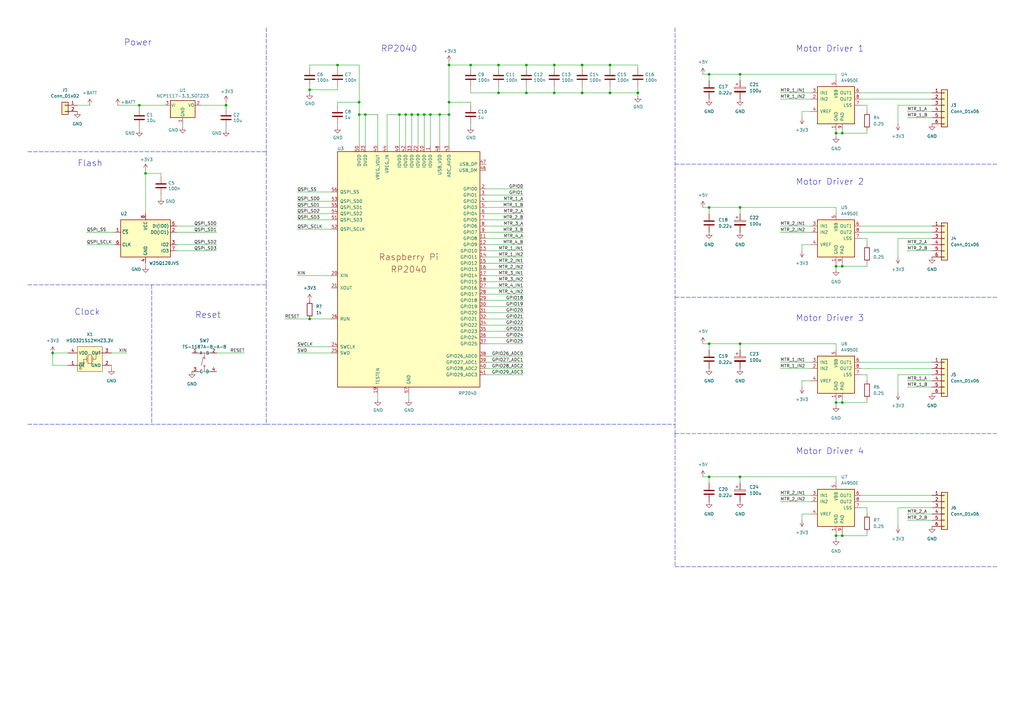
<source format=kicad_sch>
(kicad_sch (version 20211123) (generator eeschema)
  (paper "A3")
  (lib_symbols
    (symbol "Components:HSO321S12MHZ3.3V"
      (property "Reference" "X?" (at 0 10.16 0))
      (property "Value" "HSO321S12MHZ3.3V" (at 0 7.62 0))
      (symbol "HSO321S12MHZ3.3V_0_1"
        (rectangle (start -5.08 5.08) (end 5.08 -5.08) (fill (type background)))
        (circle (center -3.81 -3.81) (radius 0.38))
        (polyline (pts (xy -1.27 -1.02) (xy -1.27 1.02)))
        (polyline (pts (xy 0.76 -1.78) (xy -0.76 -1.78)))
        (polyline (pts (xy 1.27 -1.02) (xy 1.27 1.02)))
        (polyline (pts (xy -5.08 -2.54) (xy -2.54 -2.54) (xy -2.54 0) (xy -1.27 0)))
        (polyline (pts (xy -0.76 -1.78) (xy -0.76 1.78) (xy 0.76 1.78) (xy 0.76 -1.78)))
        (polyline (pts (xy 5.08 2.54) (xy 2.54 2.54) (xy 2.54 0) (xy 1.27 0)))
        (pin input line (at -8.89 -2.54 0) (length 3.81) (name "~{OE}") (number "1"))
        (pin input line (at 8.89 -2.54 180) (length 3.81) (name "GND") (number "2"))
        (pin input line (at 8.89 2.54 180) (length 3.81) (name "OUT") (number "3"))
        (pin input line (at -8.89 2.54 0) (length 3.81) (name "VDD") (number "4"))
      )
    )
    (symbol "Components:TS-1187A-B-A-B"
      (property "Reference" "SW" (at 0 7.62 0))
      (property "Value" "TS-1187A-B-A-B" (at 0 -10.16 0))
      (symbol "TS-1187A-B-A-B_0_1"
        (circle (center 0 -2.79) (radius 0.32))
        (polyline (pts (xy -2.54 -5.08) (xy 2.54 -5.08)))
        (polyline (pts (xy -2.54 2.54) (xy 2.54 2.54)))
        (polyline (pts (xy -0.51 0.76) (xy -1.27 -2.54)))
        (polyline (pts (xy 0 -3.3) (xy 0 -5.08)))
        (polyline (pts (xy 0 0.76) (xy 0 2.54)))
        (circle (center 0 0.51) (radius 0.32))
        (pin unspecified line (at -5.08 2.54 0) (length 2.54) (name "A") (number "1"))
        (pin unspecified line (at 5.08 2.54 180) (length 2.54) (name "B") (number "2"))
        (pin unspecified line (at -5.08 -5.08 0) (length 2.54) (name "C") (number "3"))
        (pin unspecified line (at 5.08 -5.08 180) (length 2.54) (name "D") (number "4"))
      )
    )
    (symbol "Connector_Generic:Conn_01x02" (pin_names (offset 1.016) hide)
      (property "Reference" "J" (at 0 2.54 0))
      (property "Value" "Conn_01x02" (at 0 -5.08 0))
      (symbol "Conn_01x02_1_1"
        (rectangle (start -1.27 -2.413) (end 0 -2.667) (stroke (width 0.1524)))
        (rectangle (start -1.27 0.127) (end 0 -0.127) (stroke (width 0.1524)))
        (rectangle (start -1.27 1.27) (end 1.27 -3.81) (stroke (width 0.254)) (fill (type background)))
        (pin passive line (at -5.08 0 0) (length 3.81) (name "Pin_1") (number "1"))
        (pin passive line (at -5.08 -2.54 0) (length 3.81) (name "Pin_2") (number "2"))
      )
    )
    (symbol "Connector_Generic:Conn_01x06" (pin_names (offset 1.016) hide)
      (property "Reference" "J" (at 0 7.62 0))
      (property "Value" "Conn_01x06" (at 0 -10.16 0))
      (symbol "Conn_01x06_1_1"
        (rectangle (start -1.27 -7.493) (end 0 -7.747) (stroke (width 0.1524)))
        (rectangle (start -1.27 -4.953) (end 0 -5.207) (stroke (width 0.1524)))
        (rectangle (start -1.27 -2.413) (end 0 -2.667) (stroke (width 0.1524)))
        (rectangle (start -1.27 0.127) (end 0 -0.127) (stroke (width 0.1524)))
        (rectangle (start -1.27 2.667) (end 0 2.413) (stroke (width 0.1524)))
        (rectangle (start -1.27 5.207) (end 0 4.953) (stroke (width 0.1524)))
        (rectangle (start -1.27 6.35) (end 1.27 -8.89) (stroke (width 0.254)) (fill (type background)))
        (pin passive line (at -5.08 5.08 0) (length 3.81) (name "Pin_1") (number "1"))
        (pin passive line (at -5.08 2.54 0) (length 3.81) (name "Pin_2") (number "2"))
        (pin passive line (at -5.08 0 0) (length 3.81) (name "Pin_3") (number "3"))
        (pin passive line (at -5.08 -2.54 0) (length 3.81) (name "Pin_4") (number "4"))
        (pin passive line (at -5.08 -5.08 0) (length 3.81) (name "Pin_5") (number "5"))
        (pin passive line (at -5.08 -7.62 0) (length 3.81) (name "Pin_6") (number "6"))
      )
    )
    (symbol "Device:C" (pin_numbers hide) (pin_names (offset 0.254))
      (property "Reference" "C" (at 0.635 2.54 0))
      (property "Value" "C" (at 0.635 -2.54 0))
      (symbol "C_0_1"
        (polyline (pts (xy -2.032 -0.762) (xy 2.032 -0.762)) (stroke (width 0.508)))
        (polyline (pts (xy -2.032 0.762) (xy 2.032 0.762)) (stroke (width 0.508)))
      )
      (symbol "C_1_1"
        (pin passive line (at 0 3.81 270) (length 2.794) (name "~") (number "1"))
        (pin passive line (at 0 -3.81 90) (length 2.794) (name "~") (number "2"))
      )
    )
    (symbol "Device:C_Polarized" (pin_numbers hide) (pin_names (offset 0.254))
      (property "Reference" "C" (at 0.635 2.54 0))
      (property "Value" "C_Polarized" (at 0.635 -2.54 0))
      (symbol "C_Polarized_0_1"
        (rectangle (start -2.286 0.508) (end 2.286 1.016))
        (polyline (pts (xy -1.778 2.286) (xy -0.762 2.286)))
        (polyline (pts (xy -1.27 2.794) (xy -1.27 1.778)))
        (rectangle (start 2.286 -0.508) (end -2.286 -1.016) (fill (type outline)))
      )
      (symbol "C_Polarized_1_1"
        (pin passive line (at 0 3.81 270) (length 2.794) (name "~") (number "1"))
        (pin passive line (at 0 -3.81 90) (length 2.794) (name "~") (number "2"))
      )
    )
    (symbol "Device:R" (pin_numbers hide) (pin_names (offset 0))
      (property "Reference" "R" (at 2.032 0 90))
      (property "Value" "R" (at 0 0 90))
      (symbol "R_0_1"
        (rectangle (start -1.016 -2.54) (end 1.016 2.54) (stroke (width 0.254)))
      )
      (symbol "R_1_1"
        (pin passive line (at 0 3.81 270) (length 1.27) (name "~") (number "1"))
        (pin passive line (at 0 -3.81 90) (length 1.27) (name "~") (number "2"))
      )
    )
    (symbol "Driver_Motor:A4950E" (pin_names (offset 1.016))
      (property "Reference" "U" (at -7.62 8.89 0))
      (property "Value" "A4950E" (at 5.08 8.89 0))
      (symbol "A4950E_0_1"
        (rectangle (start -7.62 7.62) (end 7.62 -7.62) (stroke (width 0.254)) (fill (type background)))
      )
      (symbol "A4950E_1_1"
        (pin power_in line (at 0 -10.16 90) (length 2.54) (name "GND") (number "1"))
        (pin input line (at -10.16 2.54 0) (length 2.54) (name "IN2") (number "2"))
        (pin input line (at -10.16 5.08 0) (length 2.54) (name "IN1") (number "3"))
        (pin passive line (at -10.16 -2.54 0) (length 2.54) (name "VREF") (number "4"))
        (pin power_in line (at 0 10.16 270) (length 2.54) (name "VBB") (number "5"))
        (pin power_out line (at 10.16 5.08 180) (length 2.54) (name "OUT1") (number "6"))
        (pin power_in line (at 10.16 0 180) (length 2.54) (name "LSS") (number "7"))
        (pin power_out line (at 10.16 2.54 180) (length 2.54) (name "OUT2") (number "8"))
        (pin power_in line (at 2.54 -10.16 90) (length 2.54) (name "PAD") (number "9"))
      )
    )
    (symbol "MCU_RaspberryPi_RP2040:RP2040" (pin_names (offset 1.016))
      (property "Reference" "U" (at -29.21 49.53 0))
      (property "Value" "RP2040" (at 24.13 -49.53 0))
      (symbol "RP2040_0_0"
        (text "Raspberry Pi" (at 0 5.08 0) (effects (font (size 2.54 2.54))))
        (text "RP2040" (at 0 0 0) (effects (font (size 2.54 2.54))))
      )
      (symbol "RP2040_0_1"
        (rectangle (start 29.21 48.26) (end -29.21 -48.26) (stroke (width 0.254)) (fill (type background)))
      )
      (symbol "RP2040_1_1"
        (pin power_in line (at 8.89 50.8 270) (length 2.54) (name "IOVDD") (number "1"))
        (pin power_in line (at 6.35 50.8 270) (length 2.54) (name "IOVDD") (number "10"))
        (pin bidirectional line (at 31.75 12.7 180) (length 2.54) (name "GPIO8") (number "11"))
        (pin bidirectional line (at 31.75 10.16 180) (length 2.54) (name "GPIO9") (number "12"))
        (pin bidirectional line (at 31.75 7.62 180) (length 2.54) (name "GPIO10") (number "13"))
        (pin bidirectional line (at 31.75 5.08 180) (length 2.54) (name "GPIO11") (number "14"))
        (pin bidirectional line (at 31.75 2.54 180) (length 2.54) (name "GPIO12") (number "15"))
        (pin bidirectional line (at 31.75 0 180) (length 2.54) (name "GPIO13") (number "16"))
        (pin bidirectional line (at 31.75 -2.54 180) (length 2.54) (name "GPIO14") (number "17"))
        (pin bidirectional line (at 31.75 -5.08 180) (length 2.54) (name "GPIO15") (number "18"))
        (pin passive line (at -12.7 -50.8 90) (length 2.54) (name "TESTEN") (number "19"))
        (pin bidirectional line (at 31.75 33.02 180) (length 2.54) (name "GPIO0") (number "2"))
        (pin input line (at -31.75 -2.54 0) (length 2.54) (name "XIN") (number "20"))
        (pin passive line (at -31.75 -7.62 0) (length 2.54) (name "XOUT") (number "21"))
        (pin power_in line (at 3.81 50.8 270) (length 2.54) (name "IOVDD") (number "22"))
        (pin power_in line (at -17.78 50.8 270) (length 2.54) (name "DVDD") (number "23"))
        (pin output line (at -31.75 -31.75 0) (length 2.54) (name "SWCLK") (number "24"))
        (pin bidirectional line (at -31.75 -34.29 0) (length 2.54) (name "SWD") (number "25"))
        (pin input line (at -31.75 -20.32 0) (length 2.54) (name "RUN") (number "26"))
        (pin bidirectional line (at 31.75 -7.62 180) (length 2.54) (name "GPIO16") (number "27"))
        (pin bidirectional line (at 31.75 -10.16 180) (length 2.54) (name "GPIO17") (number "28"))
        (pin bidirectional line (at 31.75 -12.7 180) (length 2.54) (name "GPIO18") (number "29"))
        (pin bidirectional line (at 31.75 30.48 180) (length 2.54) (name "GPIO1") (number "3"))
        (pin bidirectional line (at 31.75 -15.24 180) (length 2.54) (name "GPIO19") (number "30"))
        (pin bidirectional line (at 31.75 -17.78 180) (length 2.54) (name "GPIO20") (number "31"))
        (pin bidirectional line (at 31.75 -20.32 180) (length 2.54) (name "GPIO21") (number "32"))
        (pin power_in line (at 1.27 50.8 270) (length 2.54) (name "IOVDD") (number "33"))
        (pin bidirectional line (at 31.75 -22.86 180) (length 2.54) (name "GPIO22") (number "34"))
        (pin bidirectional line (at 31.75 -25.4 180) (length 2.54) (name "GPIO23") (number "35"))
        (pin bidirectional line (at 31.75 -27.94 180) (length 2.54) (name "GPIO24") (number "36"))
        (pin bidirectional line (at 31.75 -30.48 180) (length 2.54) (name "GPIO25") (number "37"))
        (pin bidirectional line (at 31.75 -35.56 180) (length 2.54) (name "GPIO26_ADC0") (number "38"))
        (pin bidirectional line (at 31.75 -38.1 180) (length 2.54) (name "GPIO27_ADC1") (number "39"))
        (pin bidirectional line (at 31.75 27.94 180) (length 2.54) (name "GPIO2") (number "4"))
        (pin bidirectional line (at 31.75 -40.64 180) (length 2.54) (name "GPIO28_ADC2") (number "40"))
        (pin bidirectional line (at 31.75 -43.18 180) (length 2.54) (name "GPIO29_ADC3") (number "41"))
        (pin power_in line (at -1.27 50.8 270) (length 2.54) (name "IOVDD") (number "42"))
        (pin power_in line (at 16.51 50.8 270) (length 2.54) (name "ADC_AVDD") (number "43"))
        (pin power_in line (at -8.89 50.8 270) (length 2.54) (name "VREG_IN") (number "44"))
        (pin power_out line (at -12.7 50.8 270) (length 2.54) (name "VREG_VOUT") (number "45"))
        (pin bidirectional line (at 31.75 40.64 180) (length 2.54) (name "USB_DM") (number "46"))
        (pin bidirectional line (at 31.75 43.18 180) (length 2.54) (name "USB_DP") (number "47"))
        (pin power_in line (at 12.7 50.8 270) (length 2.54) (name "USB_VDD") (number "48"))
        (pin power_in line (at -3.81 50.8 270) (length 2.54) (name "IOVDD") (number "49"))
        (pin bidirectional line (at 31.75 25.4 180) (length 2.54) (name "GPIO3") (number "5"))
        (pin power_in line (at -20.32 50.8 270) (length 2.54) (name "DVDD") (number "50"))
        (pin bidirectional line (at -31.75 20.32 0) (length 2.54) (name "QSPI_SD3") (number "51"))
        (pin output line (at -31.75 16.51 0) (length 2.54) (name "QSPI_SCLK") (number "52"))
        (pin bidirectional line (at -31.75 27.94 0) (length 2.54) (name "QSPI_SD0") (number "53"))
        (pin bidirectional line (at -31.75 22.86 0) (length 2.54) (name "QSPI_SD2") (number "54"))
        (pin bidirectional line (at -31.75 25.4 0) (length 2.54) (name "QSPI_SD1") (number "55"))
        (pin bidirectional line (at -31.75 31.75 0) (length 2.54) (name "QSPI_SS") (number "56"))
        (pin power_in line (at 0 -50.8 90) (length 2.54) (name "GND") (number "57"))
        (pin bidirectional line (at 31.75 22.86 180) (length 2.54) (name "GPIO4") (number "6"))
        (pin bidirectional line (at 31.75 20.32 180) (length 2.54) (name "GPIO5") (number "7"))
        (pin bidirectional line (at 31.75 17.78 180) (length 2.54) (name "GPIO6") (number "8"))
        (pin bidirectional line (at 31.75 15.24 180) (length 2.54) (name "GPIO7") (number "9"))
      )
    )
    (symbol "Memory_Flash:W25Q128JVS"
      (property "Reference" "U" (at -8.89 8.89 0))
      (property "Value" "W25Q128JVS" (at 7.62 8.89 0))
      (symbol "W25Q128JVS_0_1"
        (rectangle (start -10.16 7.62) (end 10.16 -7.62) (stroke (width 0.254)) (fill (type background)))
      )
      (symbol "W25Q128JVS_1_1"
        (pin input line (at -12.7 2.54 0) (length 2.54) (name "~{CS}") (number "1"))
        (pin bidirectional line (at 12.7 2.54 180) (length 2.54) (name "DO(IO1)") (number "2"))
        (pin bidirectional line (at 12.7 -2.54 180) (length 2.54) (name "IO2") (number "3"))
        (pin power_in line (at 0 -10.16 90) (length 2.54) (name "GND") (number "4"))
        (pin bidirectional line (at 12.7 5.08 180) (length 2.54) (name "DI(IO0)") (number "5"))
        (pin input line (at -12.7 -2.54 0) (length 2.54) (name "CLK") (number "6"))
        (pin bidirectional line (at 12.7 -5.08 180) (length 2.54) (name "IO3") (number "7"))
        (pin power_in line (at 0 10.16 270) (length 2.54) (name "VCC") (number "8"))
      )
    )
    (symbol "Regulator_Linear:NCP1117-3.3_SOT223" (pin_names (offset 0.254))
      (property "Reference" "U" (at -3.81 3.175 0))
      (property "Value" "NCP1117-3.3_SOT223" (at 0 3.175 0))
      (symbol "NCP1117-3.3_SOT223_0_1"
        (rectangle (start -5.08 -5.08) (end 5.08 1.905) (stroke (width 0.254)) (fill (type background)))
      )
      (symbol "NCP1117-3.3_SOT223_1_1"
        (pin power_in line (at 0 -7.62 90) (length 2.54) (name "GND") (number "1"))
        (pin power_out line (at 7.62 0 180) (length 2.54) (name "VO") (number "2"))
        (pin power_in line (at -7.62 0 0) (length 2.54) (name "VI") (number "3"))
      )
    )
    (symbol "power:+3V3" (power) (pin_names (offset 0))
      (property "Value" "+3V3" (at 0 3.556 0))
      (symbol "+3V3_0_1"
        (polyline (pts (xy -0.762 1.27) (xy 0 2.54)))
        (polyline (pts (xy 0 0) (xy 0 2.54)))
        (polyline (pts (xy 0 2.54) (xy 0.762 1.27)))
      )
      (symbol "+3V3_1_1"
        (pin power_in line (at 0 0 90) (length 0) hide (name "+3V3") (number "1"))
      )
    )
    (symbol "power:+5V" (power) (pin_names (offset 0))
      (property "Value" "+5V" (at 0 3.556 0))
      (symbol "+5V_0_1"
        (polyline (pts (xy -0.762 1.27) (xy 0 2.54)))
        (polyline (pts (xy 0 0) (xy 0 2.54)))
        (polyline (pts (xy 0 2.54) (xy 0.762 1.27)))
      )
      (symbol "+5V_1_1"
        (pin power_in line (at 0 0 90) (length 0) hide (name "+5V") (number "1"))
      )
    )
    (symbol "power:+BATT" (power) (pin_names (offset 0))
      (property "Value" "+BATT" (at 0 3.556 0))
      (symbol "+BATT_0_1"
        (polyline (pts (xy -0.762 1.27) (xy 0 2.54)))
        (polyline (pts (xy 0 0) (xy 0 2.54)))
        (polyline (pts (xy 0 2.54) (xy 0.762 1.27)))
      )
      (symbol "+BATT_1_1"
        (pin power_in line (at 0 0 90) (length 0) hide (name "+BATT") (number "1"))
      )
    )
    (symbol "power:GND" (power) (pin_names (offset 0))
      (property "Value" "GND" (at 0 -3.81 0))
      (symbol "GND_0_1"
        (polyline (pts (xy 0 0) (xy 0 -1.27) (xy 1.27 -1.27) (xy 0 -2.54) (xy -1.27 -1.27) (xy 0 -1.27)))
      )
      (symbol "GND_1_1"
        (pin power_in line (at 0 0 270) (length 0) hide (name "GND") (number "1"))
      )
    )
  )
  (junction (at 193.04 26.67))
  (junction (at 57.15 43.18))
  (junction (at 171.45 46.99))
  (junction (at 238.76 26.67))
  (junction (at 290.83 85.09))
  (junction (at 147.32 46.99))
  (junction (at 184.15 46.99))
  (junction (at 92.71 43.18))
  (junction (at 127 130.81))
  (junction (at 261.62 38.1))
  (junction (at 180.34 46.99))
  (junction (at 238.76 38.1))
  (junction (at 342.9 54.61))
  (junction (at 176.53 46.99))
  (junction (at 345.44 54.61))
  (junction (at 303.53 30.48))
  (junction (at 345.44 165.1))
  (junction (at 215.9 26.67))
  (junction (at 147.32 41.91))
  (junction (at 215.9 38.1))
  (junction (at 127 36.83))
  (junction (at 204.47 26.67))
  (junction (at 59.69 71.12))
  (junction (at 303.53 85.09))
  (junction (at 163.83 46.99))
  (junction (at 173.99 46.99))
  (junction (at 345.44 219.71))
  (junction (at 138.43 26.67))
  (junction (at 149.86 46.99))
  (junction (at 227.33 26.67))
  (junction (at 290.83 195.58))
  (junction (at 345.44 109.22))
  (junction (at 290.83 30.48))
  (junction (at 342.9 219.71))
  (junction (at 166.37 46.99))
  (junction (at 184.15 41.91))
  (junction (at 250.19 26.67))
  (junction (at 342.9 165.1))
  (junction (at 290.83 140.97))
  (junction (at 227.33 38.1))
  (junction (at 250.19 38.1))
  (junction (at 21.59 144.78))
  (junction (at 168.91 46.99))
  (junction (at 303.53 195.58))
  (junction (at 342.9 109.22))
  (junction (at 184.15 26.67))
  (junction (at 303.53 140.97))
  (junction (at 204.47 38.1))
  (wire (pts (xy 204.47 27.94) (xy 204.47 26.67)))
  (wire (pts (xy 199.39 100.33) (xy 214.63 100.33)))
  (polyline (pts (xy 276.86 173.99) (xy 276.86 177.8)))
  (wire (pts (xy 353.06 95.25) (xy 382.27 95.25)))
  (wire (pts (xy 345.44 109.22) (xy 345.44 107.95)))
  (wire (pts (xy 288.29 30.48) (xy 290.83 30.48)))
  (wire (pts (xy 184.15 26.67) (xy 193.04 26.67)))
  (wire (pts (xy 184.15 46.99) (xy 184.15 59.69)))
  (wire (pts (xy 199.39 138.43) (xy 214.63 138.43)))
  (wire (pts (xy 199.39 80.01) (xy 214.63 80.01)))
  (polyline (pts (xy 62.23 116.84) (xy 62.23 173.99)))
  (wire (pts (xy 121.92 82.55) (xy 135.89 82.55)))
  (wire (pts (xy 353.06 97.79) (xy 355.6 97.79)))
  (wire (pts (xy 353.06 38.1) (xy 382.27 38.1)))
  (wire (pts (xy 176.53 46.99) (xy 180.34 46.99)))
  (wire (pts (xy 48.26 43.18) (xy 57.15 43.18)))
  (wire (pts (xy 57.15 44.45) (xy 57.15 43.18)))
  (polyline (pts (xy 109.22 173.99) (xy 276.86 173.99)))
  (wire (pts (xy 355.6 208.28) (xy 355.6 210.82)))
  (wire (pts (xy 199.39 95.25) (xy 214.63 95.25)))
  (wire (pts (xy 199.39 151.13) (xy 214.63 151.13)))
  (wire (pts (xy 127 130.81) (xy 135.89 130.81)))
  (wire (pts (xy 342.9 54.61) (xy 345.44 54.61)))
  (wire (pts (xy 342.9 219.71) (xy 342.9 218.44)))
  (polyline (pts (xy 109.22 62.23) (xy 109.22 116.84)))
  (wire (pts (xy 135.89 142.24) (xy 121.92 142.24)))
  (wire (pts (xy 355.6 165.1) (xy 345.44 165.1)))
  (wire (pts (xy 250.19 26.67) (xy 261.62 26.67)))
  (wire (pts (xy 193.04 43.18) (xy 193.04 41.91)))
  (wire (pts (xy 45.72 151.13) (xy 45.72 149.86)))
  (wire (pts (xy 66.04 72.39) (xy 66.04 71.12)))
  (wire (pts (xy 184.15 41.91) (xy 193.04 41.91)))
  (wire (pts (xy 355.6 153.67) (xy 355.6 156.21)))
  (wire (pts (xy 303.53 33.02) (xy 303.53 30.48)))
  (wire (pts (xy 250.19 35.56) (xy 250.19 38.1)))
  (wire (pts (xy 328.93 156.21) (xy 328.93 158.75)))
  (wire (pts (xy 290.83 33.02) (xy 290.83 30.48)))
  (wire (pts (xy 355.6 97.79) (xy 355.6 100.33)))
  (wire (pts (xy 355.6 54.61) (xy 345.44 54.61)))
  (wire (pts (xy 59.69 71.12) (xy 59.69 87.63)))
  (wire (pts (xy 342.9 143.51) (xy 342.9 140.97)))
  (wire (pts (xy 166.37 59.69) (xy 166.37 46.99)))
  (wire (pts (xy 199.39 113.03) (xy 214.63 113.03)))
  (wire (pts (xy 320.04 151.13) (xy 332.74 151.13)))
  (wire (pts (xy 158.75 59.69) (xy 158.75 46.99)))
  (wire (pts (xy 199.39 118.11) (xy 214.63 118.11)))
  (wire (pts (xy 92.71 44.45) (xy 92.71 43.18)))
  (wire (pts (xy 72.39 92.71) (xy 88.9 92.71)))
  (wire (pts (xy 215.9 35.56) (xy 215.9 38.1)))
  (wire (pts (xy 149.86 46.99) (xy 147.32 46.99)))
  (wire (pts (xy 74.93 50.8) (xy 74.93 52.07)))
  (wire (pts (xy 147.32 46.99) (xy 147.32 59.69)))
  (wire (pts (xy 176.53 46.99) (xy 176.53 59.69)))
  (wire (pts (xy 66.04 80.01) (xy 66.04 81.28)))
  (wire (pts (xy 199.39 107.95) (xy 214.63 107.95)))
  (wire (pts (xy 368.3 97.79) (xy 368.3 105.41)))
  (wire (pts (xy 368.3 43.18) (xy 368.3 50.8)))
  (wire (pts (xy 355.6 109.22) (xy 345.44 109.22)))
  (polyline (pts (xy 276.86 177.8) (xy 276.86 232.41)))
  (wire (pts (xy 138.43 36.83) (xy 138.43 35.56)))
  (wire (pts (xy 138.43 43.18) (xy 138.43 41.91)))
  (wire (pts (xy 372.11 210.82) (xy 382.27 210.82)))
  (wire (pts (xy 35.56 100.33) (xy 46.99 100.33)))
  (wire (pts (xy 353.06 43.18) (xy 355.6 43.18)))
  (wire (pts (xy 342.9 220.98) (xy 342.9 219.71)))
  (wire (pts (xy 121.92 85.09) (xy 135.89 85.09)))
  (wire (pts (xy 355.6 53.34) (xy 355.6 54.61)))
  (wire (pts (xy 171.45 59.69) (xy 171.45 46.99)))
  (wire (pts (xy 127 35.56) (xy 127 36.83)))
  (wire (pts (xy 116.84 130.81) (xy 127 130.81)))
  (wire (pts (xy 168.91 46.99) (xy 171.45 46.99)))
  (wire (pts (xy 121.92 90.17) (xy 135.89 90.17)))
  (wire (pts (xy 342.9 219.71) (xy 345.44 219.71)))
  (wire (pts (xy 21.59 149.86) (xy 27.94 149.86)))
  (wire (pts (xy 353.06 92.71) (xy 382.27 92.71)))
  (wire (pts (xy 320.04 92.71) (xy 332.74 92.71)))
  (wire (pts (xy 238.76 26.67) (xy 250.19 26.67)))
  (wire (pts (xy 290.83 143.51) (xy 290.83 140.97)))
  (wire (pts (xy 342.9 33.02) (xy 342.9 30.48)))
  (wire (pts (xy 138.43 41.91) (xy 147.32 41.91)))
  (wire (pts (xy 147.32 41.91) (xy 147.32 46.99)))
  (wire (pts (xy 92.71 43.18) (xy 92.71 41.91)))
  (wire (pts (xy 303.53 85.09) (xy 342.9 85.09)))
  (polyline (pts (xy 276.86 177.8) (xy 408.94 177.8)))
  (wire (pts (xy 57.15 52.07) (xy 57.15 53.34)))
  (wire (pts (xy 342.9 110.49) (xy 342.9 109.22)))
  (wire (pts (xy 303.53 198.12) (xy 303.53 195.58)))
  (wire (pts (xy 303.53 143.51) (xy 303.53 140.97)))
  (wire (pts (xy 288.29 85.09) (xy 290.83 85.09)))
  (polyline (pts (xy 11.43 62.23) (xy 109.22 62.23)))
  (wire (pts (xy 59.69 69.85) (xy 59.69 71.12)))
  (wire (pts (xy 342.9 165.1) (xy 342.9 163.83)))
  (wire (pts (xy 167.64 161.29) (xy 167.64 163.83)))
  (wire (pts (xy 199.39 85.09) (xy 214.63 85.09)))
  (wire (pts (xy 173.99 59.69) (xy 173.99 46.99)))
  (wire (pts (xy 303.53 195.58) (xy 342.9 195.58)))
  (wire (pts (xy 345.44 165.1) (xy 345.44 163.83)))
  (wire (pts (xy 35.56 95.25) (xy 46.99 95.25)))
  (wire (pts (xy 303.53 140.97) (xy 342.9 140.97)))
  (wire (pts (xy 320.04 38.1) (xy 332.74 38.1)))
  (wire (pts (xy 135.89 78.74) (xy 121.92 78.74)))
  (polyline (pts (xy 109.22 116.84) (xy 109.22 173.99)))
  (wire (pts (xy 199.39 133.35) (xy 214.63 133.35)))
  (wire (pts (xy 227.33 35.56) (xy 227.33 38.1)))
  (wire (pts (xy 355.6 163.83) (xy 355.6 165.1)))
  (wire (pts (xy 199.39 153.67) (xy 214.63 153.67)))
  (wire (pts (xy 72.39 102.87) (xy 88.9 102.87)))
  (wire (pts (xy 149.86 59.69) (xy 149.86 46.99)))
  (wire (pts (xy 355.6 218.44) (xy 355.6 219.71)))
  (wire (pts (xy 328.93 100.33) (xy 328.93 102.87)))
  (wire (pts (xy 332.74 210.82) (xy 328.93 210.82)))
  (wire (pts (xy 72.39 95.25) (xy 88.9 95.25)))
  (wire (pts (xy 154.94 161.29) (xy 154.94 163.83)))
  (wire (pts (xy 173.99 46.99) (xy 176.53 46.99)))
  (wire (pts (xy 368.3 208.28) (xy 368.3 215.9)))
  (wire (pts (xy 290.83 198.12) (xy 290.83 195.58)))
  (wire (pts (xy 36.83 43.18) (xy 31.75 43.18)))
  (wire (pts (xy 199.39 97.79) (xy 214.63 97.79)))
  (wire (pts (xy 320.04 40.64) (xy 332.74 40.64)))
  (polyline (pts (xy 109.22 11.43) (xy 109.22 62.23)))
  (wire (pts (xy 199.39 120.65) (xy 214.63 120.65)))
  (wire (pts (xy 199.39 90.17) (xy 214.63 90.17)))
  (wire (pts (xy 127 36.83) (xy 138.43 36.83)))
  (wire (pts (xy 353.06 148.59) (xy 382.27 148.59)))
  (wire (pts (xy 127 27.94) (xy 127 26.67)))
  (wire (pts (xy 227.33 38.1) (xy 215.9 38.1)))
  (wire (pts (xy 215.9 27.94) (xy 215.9 26.67)))
  (wire (pts (xy 199.39 135.89) (xy 214.63 135.89)))
  (wire (pts (xy 138.43 50.8) (xy 138.43 52.07)))
  (wire (pts (xy 382.27 153.67) (xy 368.3 153.67)))
  (wire (pts (xy 342.9 165.1) (xy 345.44 165.1)))
  (wire (pts (xy 168.91 59.69) (xy 168.91 46.99)))
  (wire (pts (xy 127 26.67) (xy 138.43 26.67)))
  (wire (pts (xy 372.11 100.33) (xy 382.27 100.33)))
  (wire (pts (xy 184.15 25.4) (xy 184.15 26.67)))
  (wire (pts (xy 199.39 146.05) (xy 214.63 146.05)))
  (wire (pts (xy 320.04 95.25) (xy 332.74 95.25)))
  (wire (pts (xy 163.83 59.69) (xy 163.83 46.99)))
  (wire (pts (xy 342.9 198.12) (xy 342.9 195.58)))
  (polyline (pts (xy 276.86 67.31) (xy 408.94 67.31)))
  (wire (pts (xy 199.39 115.57) (xy 214.63 115.57)))
  (wire (pts (xy 288.29 195.58) (xy 290.83 195.58)))
  (wire (pts (xy 82.55 43.18) (xy 92.71 43.18)))
  (wire (pts (xy 342.9 54.61) (xy 342.9 53.34)))
  (wire (pts (xy 345.44 54.61) (xy 345.44 53.34)))
  (wire (pts (xy 353.06 40.64) (xy 382.27 40.64)))
  (wire (pts (xy 193.04 50.8) (xy 193.04 52.07)))
  (wire (pts (xy 121.92 87.63) (xy 135.89 87.63)))
  (wire (pts (xy 166.37 46.99) (xy 168.91 46.99)))
  (wire (pts (xy 353.06 208.28) (xy 355.6 208.28)))
  (wire (pts (xy 180.34 59.69) (xy 180.34 46.99)))
  (wire (pts (xy 199.39 105.41) (xy 214.63 105.41)))
  (wire (pts (xy 342.9 109.22) (xy 342.9 107.95)))
  (wire (pts (xy 199.39 102.87) (xy 214.63 102.87)))
  (wire (pts (xy 199.39 77.47) (xy 214.63 77.47)))
  (wire (pts (xy 328.93 210.82) (xy 328.93 213.36)))
  (wire (pts (xy 250.19 38.1) (xy 238.76 38.1)))
  (wire (pts (xy 342.9 166.37) (xy 342.9 165.1)))
  (wire (pts (xy 227.33 26.67) (xy 238.76 26.67)))
  (wire (pts (xy 199.39 87.63) (xy 214.63 87.63)))
  (wire (pts (xy 193.04 35.56) (xy 193.04 38.1)))
  (wire (pts (xy 135.89 144.78) (xy 121.92 144.78)))
  (wire (pts (xy 372.11 48.26) (xy 382.27 48.26)))
  (wire (pts (xy 138.43 26.67) (xy 147.32 26.67)))
  (wire (pts (xy 138.43 27.94) (xy 138.43 26.67)))
  (wire (pts (xy 372.11 102.87) (xy 382.27 102.87)))
  (wire (pts (xy 67.31 43.18) (xy 57.15 43.18)))
  (wire (pts (xy 215.9 26.67) (xy 227.33 26.67)))
  (wire (pts (xy 154.94 46.99) (xy 149.86 46.99)))
  (wire (pts (xy 353.06 151.13) (xy 382.27 151.13)))
  (wire (pts (xy 21.59 144.78) (xy 27.94 144.78)))
  (wire (pts (xy 88.9 144.78) (xy 100.33 144.78)))
  (wire (pts (xy 261.62 27.94) (xy 261.62 26.67)))
  (wire (pts (xy 121.92 113.03) (xy 135.89 113.03)))
  (polyline (pts (xy 276.86 121.92) (xy 408.94 121.92)))
  (wire (pts (xy 290.83 87.63) (xy 290.83 85.09)))
  (wire (pts (xy 332.74 156.21) (xy 328.93 156.21)))
  (wire (pts (xy 332.74 45.72) (xy 328.93 45.72)))
  (wire (pts (xy 199.39 123.19) (xy 214.63 123.19)))
  (wire (pts (xy 238.76 38.1) (xy 227.33 38.1)))
  (wire (pts (xy 227.33 27.94) (xy 227.33 26.67)))
  (wire (pts (xy 250.19 38.1) (xy 261.62 38.1)))
  (wire (pts (xy 92.71 52.07) (xy 92.71 53.34)))
  (wire (pts (xy 193.04 26.67) (xy 204.47 26.67)))
  (wire (pts (xy 328.93 45.72) (xy 328.93 48.26)))
  (wire (pts (xy 199.39 125.73) (xy 214.63 125.73)))
  (wire (pts (xy 204.47 26.67) (xy 215.9 26.67)))
  (wire (pts (xy 250.19 27.94) (xy 250.19 26.67)))
  (wire (pts (xy 154.94 59.69) (xy 154.94 46.99)))
  (wire (pts (xy 303.53 30.48) (xy 342.9 30.48)))
  (polyline (pts (xy 276.86 11.43) (xy 276.86 173.99)))
  (polyline (pts (xy 11.43 116.84) (xy 109.22 116.84)))
  (wire (pts (xy 261.62 35.56) (xy 261.62 38.1)))
  (wire (pts (xy 372.11 156.21) (xy 382.27 156.21)))
  (wire (pts (xy 204.47 38.1) (xy 193.04 38.1)))
  (wire (pts (xy 353.06 153.67) (xy 355.6 153.67)))
  (wire (pts (xy 342.9 87.63) (xy 342.9 85.09)))
  (wire (pts (xy 353.06 203.2) (xy 382.27 203.2)))
  (wire (pts (xy 382.27 43.18) (xy 368.3 43.18)))
  (polyline (pts (xy 276.86 232.41) (xy 408.94 232.41)))
  (wire (pts (xy 21.59 144.78) (xy 21.59 149.86)))
  (wire (pts (xy 158.75 46.99) (xy 163.83 46.99)))
  (wire (pts (xy 382.27 208.28) (xy 368.3 208.28)))
  (polyline (pts (xy 11.43 173.99) (xy 109.22 173.99)))
  (wire (pts (xy 290.83 85.09) (xy 303.53 85.09)))
  (wire (pts (xy 199.39 110.49) (xy 214.63 110.49)))
  (wire (pts (xy 199.39 130.81) (xy 214.63 130.81)))
  (wire (pts (xy 199.39 92.71) (xy 214.63 92.71)))
  (wire (pts (xy 382.27 97.79) (xy 368.3 97.79)))
  (wire (pts (xy 372.11 213.36) (xy 382.27 213.36)))
  (wire (pts (xy 184.15 26.67) (xy 184.15 41.91)))
  (wire (pts (xy 52.07 144.78) (xy 45.72 144.78)))
  (wire (pts (xy 320.04 148.59) (xy 332.74 148.59)))
  (wire (pts (xy 180.34 46.99) (xy 184.15 46.99)))
  (wire (pts (xy 199.39 140.97) (xy 214.63 140.97)))
  (wire (pts (xy 342.9 109.22) (xy 345.44 109.22)))
  (wire (pts (xy 163.83 46.99) (xy 166.37 46.99)))
  (wire (pts (xy 72.39 100.33) (xy 88.9 100.33)))
  (wire (pts (xy 368.3 153.67) (xy 368.3 161.29)))
  (wire (pts (xy 238.76 27.94) (xy 238.76 26.67)))
  (wire (pts (xy 355.6 43.18) (xy 355.6 45.72)))
  (wire (pts (xy 288.29 140.97) (xy 290.83 140.97)))
  (wire (pts (xy 372.11 45.72) (xy 382.27 45.72)))
  (wire (pts (xy 127 36.83) (xy 127 38.1)))
  (wire (pts (xy 290.83 195.58) (xy 303.53 195.58)))
  (wire (pts (xy 332.74 100.33) (xy 328.93 100.33)))
  (wire (pts (xy 320.04 205.74) (xy 332.74 205.74)))
  (wire (pts (xy 171.45 46.99) (xy 173.99 46.99)))
  (wire (pts (xy 135.89 93.98) (xy 121.92 93.98)))
  (wire (pts (xy 355.6 107.95) (xy 355.6 109.22)))
  (wire (pts (xy 204.47 35.56) (xy 204.47 38.1)))
  (wire (pts (xy 215.9 38.1) (xy 204.47 38.1)))
  (wire (pts (xy 342.9 55.88) (xy 342.9 54.61)))
  (wire (pts (xy 290.83 30.48) (xy 303.53 30.48)))
  (wire (pts (xy 193.04 27.94) (xy 193.04 26.67)))
  (wire (pts (xy 261.62 38.1) (xy 261.62 39.37)))
  (wire (pts (xy 199.39 128.27) (xy 214.63 128.27)))
  (wire (pts (xy 59.69 107.95) (xy 59.69 109.22)))
  (wire (pts (xy 353.06 205.74) (xy 382.27 205.74)))
  (wire (pts (xy 199.39 82.55) (xy 214.63 82.55)))
  (wire (pts (xy 372.11 158.75) (xy 382.27 158.75)))
  (wire (pts (xy 147.32 26.67) (xy 147.32 41.91)))
  (wire (pts (xy 355.6 219.71) (xy 345.44 219.71)))
  (wire (pts (xy 199.39 148.59) (xy 214.63 148.59)))
  (wire (pts (xy 345.44 219.71) (xy 345.44 218.44)))
  (wire (pts (xy 303.53 87.63) (xy 303.53 85.09)))
  (wire (pts (xy 238.76 35.56) (xy 238.76 38.1)))
  (wire (pts (xy 184.15 41.91) (xy 184.15 46.99)))
  (wire (pts (xy 290.83 140.97) (xy 303.53 140.97)))
  (wire (pts (xy 66.04 71.12) (xy 59.69 71.12)))
  (wire (pts (xy 320.04 203.2) (xy 332.74 203.2)))
  (text "Motor Driver 3" (at 326.39 132.08 0) (effects (font (size 2.54 2.54)) (justify left bottom)))
  (text "Motor Driver 2" (at 326.39 76.2 0) (effects (font (size 2.54 2.54)) (justify left bottom)))
  (text "RP2040" (at 156.21 21.59 0) (effects (font (size 2.54 2.54)) (justify left bottom)))
  (text "Clock" (at 30.48 129.54 0) (effects (font (size 2.54 2.54)) (justify left bottom)))
  (text "Motor Driver 4" (at 326.39 186.69 0) (effects (font (size 2.54 2.54)) (justify left bottom)))
  (text "Motor Driver 1" (at 326.39 21.59 0) (effects (font (size 2.54 2.54)) (justify left bottom)))
  (text "Power" (at 50.8 19.05 0) (effects (font (size 2.54 2.54)) (justify left bottom)))
  (text "Reset" (at 80.01 130.81 0) (effects (font (size 2.54 2.54)) (justify left bottom)))
  (text "Flash" (at 31.75 68.58 0) (effects (font (size 2.54 2.54)) (justify left bottom)))
  (label "SWCLK" (at 121.92 142.24 0))
  (label "RESET" (at 100.33 144.78 180))
  (label "MTR_3_IN2" (at 214.63 115.57 180))
  (label "GPIO23" (at 214.63 135.89 180))
  (label "QSPI_SD1" (at 88.9 95.25 180))
  (label "XIN" (at 121.92 113.03 0))
  (label "QSPI_SD2" (at 121.92 87.63 0))
  (label "GPIO26_ADC0" (at 214.63 146.05 180))
  (label "QSPI_SS" (at 35.56 95.25 0))
  (label "MTR_2_IN2" (at 320.04 205.74 0))
  (label "QSPI_SD3" (at 88.9 102.87 180))
  (label "QSPI_SD0" (at 121.92 82.55 0))
  (label "QSPI_SD1" (at 121.92 85.09 0))
  (label "MTR_2_IN2" (at 320.04 95.25 0))
  (label "QSPI_SD0" (at 88.9 92.71 180))
  (label "MTR_2_IN1" (at 214.63 107.95 180))
  (label "MTR_1_IN2" (at 214.63 105.41 180))
  (label "MTR_4_IN2" (at 214.63 120.65 180))
  (label "GPIO21" (at 214.63 130.81 180))
  (label "GPIO24" (at 214.63 138.43 180))
  (label "QSPI_SS" (at 121.92 78.74 0))
  (label "MTR_2_A" (at 214.63 87.63 180))
  (label "MTR_4_A" (at 214.63 97.79 180))
  (label "GPIO27_ADC1" (at 214.63 148.59 180))
  (label "QSPI_SCLK" (at 35.56 100.33 0))
  (label "MTR_2_B" (at 372.11 102.87 0))
  (label "MTR_1_IN1" (at 214.63 102.87 180))
  (label "MTR_4_B" (at 214.63 100.33 180))
  (label "MTR_1_IN2" (at 320.04 40.64 0))
  (label "MTR_3_A" (at 214.63 92.71 180))
  (label "MTR_1_IN2" (at 320.04 151.13 0))
  (label "MTR_1_IN1" (at 320.04 38.1 0))
  (label "SWD" (at 121.92 144.78 0))
  (label "MTR_1_A" (at 372.11 156.21 0))
  (label "GPIO28_ADC2" (at 214.63 151.13 180))
  (label "MTR_1_A" (at 214.63 82.55 180))
  (label "MTR_1_B" (at 214.63 85.09 180))
  (label "GPIO1" (at 214.63 80.01 180))
  (label "MTR_1_B" (at 372.11 158.75 0))
  (label "MTR_2_B" (at 372.11 213.36 0))
  (label "QSPI_SD2" (at 88.9 100.33 180))
  (label "MTR_4_IN1" (at 214.63 118.11 180))
  (label "GPIO29_ADC3" (at 214.63 153.67 180))
  (label "MTR_2_IN1" (at 320.04 92.71 0))
  (label "MTR_2_A" (at 372.11 100.33 0))
  (label "MTR_2_B" (at 214.63 90.17 180))
  (label "GPIO20" (at 214.63 128.27 180))
  (label "MTR_1_B" (at 372.11 48.26 0))
  (label "MTR_2_A" (at 372.11 210.82 0))
  (label "GPIO19" (at 214.63 125.73 180))
  (label "MTR_2_IN1" (at 320.04 203.2 0))
  (label "MTR_3_B" (at 214.63 95.25 180))
  (label "GPIO22" (at 214.63 133.35 180))
  (label "MTR_3_IN1" (at 214.63 113.03 180))
  (label "QSPI_SCLK" (at 121.92 93.98 0))
  (label "MTR_2_IN2" (at 214.63 110.49 180))
  (label "QSPI_SD3" (at 121.92 90.17 0))
  (label "MTR_1_A" (at 372.11 45.72 0))
  (label "MTR_1_IN1" (at 320.04 148.59 0))
  (label "GPIO18" (at 214.63 123.19 180))
  (label "GPIO25" (at 214.63 140.97 180))
  (label "XIN" (at 52.07 144.78 180))
  (label "GPIO0" (at 214.63 77.47 180))
  (label "RESET" (at 116.84 130.81 0))
  (symbol (lib_id "power:GND") (at 342.9 220.98 0) (unit 1)
    (property "Reference" "#PWR032" (effects hide))
    (property "Value" "GND" (at 342.9 226.06 0))
  )
  (symbol (lib_id "Device:C_Polarized") (at 303.53 201.93 0) (unit 1)
    (property "Reference" "C24" (at 307.34 199.7709 0) (effects (justify left)))
    (property "Value" "100u" (at 307.34 202.3109 0) (effects (justify left)))
    (property "Footprint" "Capacitor_SMD:CP_Elec_6.3x5.4" (effects hide))
  )
  (symbol (lib_id "Connector_Generic:Conn_01x06") (at 387.35 97.79 0) (unit 1)
    (property "Reference" "J4" (at 389.89 97.7899 0) (effects (justify left)))
    (property "Value" "Conn_01x06" (at 389.89 100.3299 0) (effects (justify left)))
    (property "Footprint" "Connector_JST:JST_SH_SM06B-SRSS-TB_1x06-1MP_P1.00mm_Horizontal" (effects hide))
  )
  (symbol (lib_id "power:+3V3") (at 368.3 161.29 180) (unit 1)
    (property "Reference" "#PWR035" (effects hide))
    (property "Value" "+3V3" (at 368.3 166.37 0))
  )
  (symbol (lib_id "Device:C") (at 66.04 76.2 0) (unit 1)
    (property "Reference" "C5" (at 68.961 75.0316 0) (effects (justify left)))
    (property "Value" "100n" (at 68.961 77.343 0) (effects (justify left)))
    (property "Footprint" "Capacitor_SMD:C_0402_1005Metric" (effects hide))
  )
  (symbol (lib_id "power:GND") (at 127 38.1 0) (unit 1)
    (property "Reference" "#PWR06" (effects hide))
    (property "Value" "GND" (at 127.127 42.4942 0))
  )
  (symbol (lib_id "power:GND") (at 382.27 161.29 0) (unit 1)
    (property "Reference" "#PWR039" (effects hide))
    (property "Value" "GND" (at 382.27 166.37 0))
  )
  (symbol (lib_id "power:GND") (at 342.9 110.49 0) (unit 1)
    (property "Reference" "#PWR030" (effects hide))
    (property "Value" "GND" (at 342.9 115.57 0))
  )
  (symbol (lib_id "power:+3V3") (at 127 123.19 0) (unit 1)
    (property "Reference" "#PWR?" (effects hide))
    (property "Value" "+3V3" (at 127 118.11 0))
  )
  (symbol (lib_id "power:GND") (at 290.83 40.64 0) (unit 1)
    (property "Reference" "#PWR017" (effects hide))
    (property "Value" "GND" (at 290.83 45.72 0))
  )
  (symbol (lib_id "power:+5V") (at 288.29 195.58 0) (unit 1)
    (property "Reference" "#PWR016" (effects hide))
    (property "Value" "+5V" (at 288.29 190.5 0))
  )
  (symbol (lib_id "power:+BATT") (at 36.83 43.18 0) (unit 1)
    (property "Reference" "#PWR0106" (effects hide))
    (property "Value" "+BATT" (at 36.83 38.1 0))
  )
  (symbol (lib_id "Device:R") (at 355.6 104.14 0) (unit 1)
    (property "Reference" "R5" (at 358.14 102.8699 0) (effects (justify left)))
    (property "Value" "0.25" (at 358.14 105.4099 0) (effects (justify left)))
    (property "Footprint" "Resistor_SMD:R_2512_6332Metric" (effects hide))
  )
  (symbol (lib_id "Memory_Flash:W25Q128JVS") (at 59.69 97.79 0) (unit 1)
    (property "Reference" "U2" (at 50.8 87.63 0))
    (property "Value" "W25Q128JVS" (at 67.31 107.95 0))
    (property "Footprint" "Package_SO:SOIC-8_5.23x5.23mm_P1.27mm" (effects hide))
    (property "Datasheet" "http://www.winbond.com/resource-files/w25q128jv_dtr%20revc%2003272018%20plus.pdf" (effects hide))
  )
  (symbol (lib_id "Device:R") (at 355.6 214.63 0) (unit 1)
    (property "Reference" "R7" (at 358.14 213.3599 0) (effects (justify left)))
    (property "Value" "0.25" (at 358.14 215.8999 0) (effects (justify left)))
    (property "Footprint" "Resistor_SMD:R_2512_6332Metric" (effects hide))
  )
  (symbol (lib_id "power:GND") (at 92.71 53.34 0) (unit 1)
    (property "Reference" "#PWR0104" (effects hide))
    (property "Value" "GND" (at 88.9 54.61 0))
  )
  (symbol (lib_id "Components:TS-1187A-B-A-B") (at 83.82 147.32 0) (unit 1)
    (property "Reference" "SW?" (at 83.82 139.7 0))
    (property "Value" "TS-1187A-B-A-B" (at 83.82 142.24 0))
    (property "Footprint" "Electronics.pretty:SW-SMD_4P-L5.1-W5.1-P3.70-LS6.5-TL-2" (effects hide))
    (property "Datasheet" "https://lcsc.com/product-detail/Tactile-Switches_XKB-Enterprise-TS-1187-B-A-A_C318884.html" (effects hide))
    (property "Manufacturer" "XKB Enterprise" (effects hide))
    (property "LCSC Part" "C318884" (effects hide))
    (property "JLC Part" "Basic Part" (effects hide))
  )
  (symbol (lib_id "Device:C") (at 127 31.75 0) (unit 1)
    (property "Reference" "C6" (at 129.921 30.5816 0) (effects (justify left)))
    (property "Value" "100n" (at 129.921 32.893 0) (effects (justify left)))
    (property "Footprint" "Capacitor_SMD:C_0402_1005Metric" (effects hide))
  )
  (symbol (lib_id "power:+3V3") (at 59.69 69.85 0) (unit 1)
    (property "Reference" "#PWR03" (effects hide))
    (property "Value" "+3V3" (at 60.071 65.4558 0))
  )
  (symbol (lib_id "power:+3V3") (at 368.3 50.8 180) (unit 1)
    (property "Reference" "#PWR033" (effects hide))
    (property "Value" "+3V3" (at 368.3 55.88 0))
  )
  (symbol (lib_id "Device:C") (at 92.71 48.26 0) (unit 1)
    (property "Reference" "C2" (at 95.631 47.0916 0) (effects (justify left)))
    (property "Value" "10u" (at 95.631 49.403 0) (effects (justify left)))
    (property "Footprint" "Capacitor_SMD:C_0805_2012Metric" (effects hide))
  )
  (symbol (lib_id "Device:C") (at 290.83 147.32 0) (unit 1)
    (property "Reference" "C19" (at 294.64 146.0499 0) (effects (justify left)))
    (property "Value" "0.22u" (at 294.64 148.5899 0) (effects (justify left)))
    (property "Footprint" "Resistor_SMD:R_0201_0603Metric" (effects hide))
  )
  (symbol (lib_id "power:GND") (at 261.62 39.37 0) (unit 1)
    (property "Reference" "#PWR012" (effects hide))
    (property "Value" "GND" (at 261.747 43.7642 0))
  )
  (symbol (lib_id "power:GND") (at 303.53 205.74 0) (unit 1)
    (property "Reference" "#PWR024" (effects hide))
    (property "Value" "GND" (at 303.53 210.82 0))
  )
  (symbol (lib_id "Driver_Motor:A4950E") (at 342.9 208.28 0) (unit 1)
    (property "Reference" "U7" (at 344.9194 195.58 0) (effects (justify left)))
    (property "Value" "A4950E" (at 344.9194 198.12 0) (effects (justify left)))
    (property "Footprint" "Package_SO:SOIC-8-1EP_3.9x4.9mm_P1.27mm_EP2.41x3.3mm" (effects hide))
    (property "Datasheet" "http://www.allegromicro.com/~/media/Files/Datasheets/A4950-Datasheet.ashx" (effects hide))
  )
  (symbol (lib_id "power:GND") (at 342.9 166.37 0) (unit 1)
    (property "Reference" "#PWR031" (effects hide))
    (property "Value" "GND" (at 342.9 171.45 0))
  )
  (symbol (lib_id "power:GND") (at 303.53 151.13 0) (unit 1)
    (property "Reference" "#PWR023" (effects hide))
    (property "Value" "GND" (at 303.53 156.21 0))
  )
  (symbol (lib_id "Device:C_Polarized") (at 303.53 147.32 0) (unit 1)
    (property "Reference" "C23" (at 307.34 145.1609 0) (effects (justify left)))
    (property "Value" "100u" (at 307.34 147.7009 0) (effects (justify left)))
    (property "Footprint" "Capacitor_SMD:CP_Elec_6.3x5.4" (effects hide))
  )
  (symbol (lib_id "power:+3V3") (at 328.93 102.87 180) (unit 1)
    (property "Reference" "#PWR026" (effects hide))
    (property "Value" "+3V3" (at 328.93 107.95 0))
  )
  (symbol (lib_id "power:+3V3") (at 92.71 41.91 0) (unit 1)
    (property "Reference" "#PWR0103" (effects hide))
    (property "Value" "+3V3" (at 93.091 37.5158 0))
  )
  (symbol (lib_id "power:GND") (at 31.75 45.72 0) (unit 1)
    (property "Reference" "#PWR0107" (effects hide))
    (property "Value" "GND" (at 31.75 50.8 0))
  )
  (symbol (lib_id "power:GND") (at 290.83 151.13 0) (unit 1)
    (property "Reference" "#PWR019" (effects hide))
    (property "Value" "GND" (at 290.83 156.21 0))
  )
  (symbol (lib_id "MCU_RaspberryPi_RP2040:RP2040") (at 167.64 110.49 0) (unit 1)
    (property "Reference" "U3" (at 139.7 60.96 0))
    (property "Value" "RP2040" (at 191.77 161.29 0))
    (property "Footprint" "Electronics.pretty:RP2040-QFN-56" (effects hide))
  )
  (symbol (lib_id "power:GND") (at 59.69 109.22 0) (unit 1)
    (property "Reference" "#PWR04" (effects hide))
    (property "Value" "GND" (at 55.88 110.49 0))
  )
  (symbol (lib_id "Regulator_Linear:NCP1117-3.3_SOT223") (at 74.93 43.18 0) (unit 1)
    (property "Reference" "U1" (at 74.93 37.0332 0))
    (property "Value" "NCP1117-3.3_SOT223" (at 74.93 39.3446 0))
    (property "Footprint" "Package_TO_SOT_SMD:SOT-223-3_TabPin2" (effects hide))
    (property "Datasheet" "http://www.onsemi.com/pub_link/Collateral/NCP1117-D.PDF" (effects hide))
  )
  (symbol (lib_id "power:GND") (at 66.04 81.28 0) (unit 1)
    (property "Reference" "#PWR05" (effects hide))
    (property "Value" "GND" (at 69.85 82.55 0))
  )
  (symbol (lib_id "Device:C") (at 250.19 31.75 0) (unit 1)
    (property "Reference" "C15" (at 253.111 30.5816 0) (effects (justify left)))
    (property "Value" "100n" (at 253.111 32.893 0) (effects (justify left)))
    (property "Footprint" "Capacitor_SMD:C_0402_1005Metric" (effects hide))
  )
  (symbol (lib_id "power:GND") (at 45.72 151.13 0) (unit 1)
    (property "Reference" "#PWR041" (effects hide))
    (property "Value" "GND" (at 45.72 156.21 0))
  )
  (symbol (lib_id "Connector_Generic:Conn_01x02") (at 26.67 43.18 0) (mirror y) (unit 1)
    (property "Reference" "J1" (at 26.67 36.83 0))
    (property "Value" "Conn_01x02" (at 26.67 39.37 0))
    (property "Footprint" "Connector_JST:JST_PH_B2B-PH-SM4-TB_1x02-1MP_P2.00mm_Vertical" (effects hide))
  )
  (symbol (lib_id "Device:C") (at 215.9 31.75 0) (unit 1)
    (property "Reference" "C12" (at 218.821 30.5816 0) (effects (justify left)))
    (property "Value" "100n" (at 218.821 32.893 0) (effects (justify left)))
    (property "Footprint" "Capacitor_SMD:C_0402_1005Metric" (effects hide))
  )
  (symbol (lib_id "Connector_Generic:Conn_01x06") (at 387.35 43.18 0) (unit 1)
    (property "Reference" "J3" (at 389.89 43.1799 0) (effects (justify left)))
    (property "Value" "Conn_01x06" (at 389.89 45.7199 0) (effects (justify left)))
    (property "Footprint" "Connector_JST:JST_SH_SM06B-SRSS-TB_1x06-1MP_P1.00mm_Horizontal" (effects hide))
  )
  (symbol (lib_id "power:GND") (at 193.04 52.07 0) (unit 1)
    (property "Reference" "#PWR011" (effects hide))
    (property "Value" "GND" (at 193.167 56.4642 0))
  )
  (symbol (lib_id "power:GND") (at 290.83 205.74 0) (unit 1)
    (property "Reference" "#PWR020" (effects hide))
    (property "Value" "GND" (at 290.83 210.82 0))
  )
  (symbol (lib_id "Device:C") (at 290.83 91.44 0) (unit 1)
    (property "Reference" "C18" (at 294.64 90.1699 0) (effects (justify left)))
    (property "Value" "0.22u" (at 294.64 92.7099 0) (effects (justify left)))
    (property "Footprint" "Resistor_SMD:R_0201_0603Metric" (effects hide))
  )
  (symbol (lib_id "power:GND") (at 154.94 163.83 0) (unit 1)
    (property "Reference" "#PWR08" (effects hide))
    (property "Value" "GND" (at 155.067 168.2242 0))
  )
  (symbol (lib_id "power:+BATT") (at 48.26 43.18 0) (unit 1)
    (property "Reference" "#PWR0101" (effects hide))
    (property "Value" "+BATT" (at 49.53 41.91 0) (effects (justify left)))
  )
  (symbol (lib_id "power:+3V3") (at 328.93 48.26 180) (unit 1)
    (property "Reference" "#PWR025" (effects hide))
    (property "Value" "+3V3" (at 328.93 53.34 0))
  )
  (symbol (lib_id "power:GND") (at 74.93 52.07 0) (unit 1)
    (property "Reference" "#PWR0105" (effects hide))
    (property "Value" "GND" (at 71.12 53.34 0))
  )
  (symbol (lib_id "Device:C") (at 138.43 31.75 0) (unit 1)
    (property "Reference" "C7" (at 141.351 30.5816 0) (effects (justify left)))
    (property "Value" "100n" (at 141.351 32.893 0) (effects (justify left)))
    (property "Footprint" "Capacitor_SMD:C_0402_1005Metric" (effects hide))
  )
  (symbol (lib_id "Device:C") (at 290.83 201.93 0) (unit 1)
    (property "Reference" "C20" (at 294.64 200.6599 0) (effects (justify left)))
    (property "Value" "0.22u" (at 294.64 203.1999 0) (effects (justify left)))
    (property "Footprint" "Resistor_SMD:R_0201_0603Metric" (effects hide))
  )
  (symbol (lib_id "power:+5V") (at 288.29 30.48 0) (unit 1)
    (property "Reference" "#PWR013" (effects hide))
    (property "Value" "+5V" (at 288.29 25.4 0))
  )
  (symbol (lib_id "Connector_Generic:Conn_01x06") (at 387.35 208.28 0) (unit 1)
    (property "Reference" "J6" (at 389.89 208.2799 0) (effects (justify left)))
    (property "Value" "Conn_01x06" (at 389.89 210.8199 0) (effects (justify left)))
    (property "Footprint" "Connector_JST:JST_SH_SM06B-SRSS-TB_1x06-1MP_P1.00mm_Horizontal" (effects hide))
  )
  (symbol (lib_id "power:GND") (at 290.83 95.25 0) (unit 1)
    (property "Reference" "#PWR018" (effects hide))
    (property "Value" "GND" (at 290.83 100.33 0))
  )
  (symbol (lib_id "power:GND") (at 57.15 53.34 0) (unit 1)
    (property "Reference" "#PWR0102" (effects hide))
    (property "Value" "GND" (at 53.34 54.61 0))
  )
  (symbol (lib_id "power:+3V3") (at 184.15 25.4 0) (unit 1)
    (property "Reference" "#PWR010" (effects hide))
    (property "Value" "+3V3" (at 184.531 21.0058 0))
  )
  (symbol (lib_id "Device:R") (at 355.6 160.02 0) (unit 1)
    (property "Reference" "R6" (at 358.14 158.7499 0) (effects (justify left)))
    (property "Value" "0.25" (at 358.14 161.2899 0) (effects (justify left)))
    (property "Footprint" "Resistor_SMD:R_2512_6332Metric" (effects hide))
  )
  (symbol (lib_id "Device:C") (at 57.15 48.26 0) (unit 1)
    (property "Reference" "C1" (at 60.071 47.0916 0) (effects (justify left)))
    (property "Value" "10u" (at 60.071 49.403 0) (effects (justify left)))
    (property "Footprint" "Capacitor_SMD:C_0805_2012Metric" (effects hide))
  )
  (symbol (lib_id "Device:C") (at 204.47 31.75 0) (unit 1)
    (property "Reference" "C11" (at 207.391 30.5816 0) (effects (justify left)))
    (property "Value" "100n" (at 207.391 32.893 0) (effects (justify left)))
    (property "Footprint" "Capacitor_SMD:C_0402_1005Metric" (effects hide))
  )
  (symbol (lib_id "Device:C_Polarized") (at 303.53 91.44 0) (unit 1)
    (property "Reference" "C22" (at 307.34 89.2809 0) (effects (justify left)))
    (property "Value" "100u" (at 307.34 91.8209 0) (effects (justify left)))
    (property "Footprint" "Capacitor_SMD:CP_Elec_6.3x5.4" (effects hide))
  )
  (symbol (lib_id "Device:C") (at 193.04 31.75 0) (unit 1)
    (property "Reference" "C9" (at 195.961 30.5816 0) (effects (justify left)))
    (property "Value" "100n" (at 195.961 32.893 0) (effects (justify left)))
    (property "Footprint" "Capacitor_SMD:C_0402_1005Metric" (effects hide))
  )
  (symbol (lib_id "Device:C") (at 238.76 31.75 0) (unit 1)
    (property "Reference" "C14" (at 241.681 30.5816 0) (effects (justify left)))
    (property "Value" "100n" (at 241.681 32.893 0) (effects (justify left)))
    (property "Footprint" "Capacitor_SMD:C_0402_1005Metric" (effects hide))
  )
  (symbol (lib_id "power:GND") (at 382.27 105.41 0) (unit 1)
    (property "Reference" "#PWR038" (effects hide))
    (property "Value" "GND" (at 382.27 110.49 0))
  )
  (symbol (lib_id "power:GND") (at 382.27 50.8 0) (unit 1)
    (property "Reference" "#PWR037" (effects hide))
    (property "Value" "GND" (at 382.27 55.88 0))
  )
  (symbol (lib_id "power:GND") (at 78.74 152.4 0) (unit 1)
    (property "Reference" "#PWR?" (effects hide))
    (property "Value" "GND" (at 78.74 157.48 0))
  )
  (symbol (lib_id "power:GND") (at 382.27 215.9 0) (unit 1)
    (property "Reference" "#PWR040" (effects hide))
    (property "Value" "GND" (at 382.27 220.98 0))
  )
  (symbol (lib_id "Driver_Motor:A4950E") (at 342.9 97.79 0) (unit 1)
    (property "Reference" "U5" (at 344.9194 85.09 0) (effects (justify left)))
    (property "Value" "A4950E" (at 344.9194 87.63 0) (effects (justify left)))
    (property "Footprint" "Package_SO:SOIC-8-1EP_3.9x4.9mm_P1.27mm_EP2.41x3.3mm" (effects hide))
    (property "Datasheet" "http://www.allegromicro.com/~/media/Files/Datasheets/A4950-Datasheet.ashx" (effects hide))
  )
  (symbol (lib_id "Device:R") (at 127 127 0) (unit 1)
    (property "Reference" "R?" (at 129.54 125.7299 0) (effects (justify left)))
    (property "Value" "1k" (at 129.54 128.2699 0) (effects (justify left)))
  )
  (symbol (lib_id "power:+5V") (at 288.29 85.09 0) (unit 1)
    (property "Reference" "#PWR014" (effects hide))
    (property "Value" "+5V" (at 288.29 80.01 0))
  )
  (symbol (lib_id "Device:C") (at 227.33 31.75 0) (unit 1)
    (property "Reference" "C13" (at 230.251 30.5816 0) (effects (justify left)))
    (property "Value" "100n" (at 230.251 32.893 0) (effects (justify left)))
    (property "Footprint" "Capacitor_SMD:C_0402_1005Metric" (effects hide))
  )
  (symbol (lib_id "power:GND") (at 303.53 40.64 0) (unit 1)
    (property "Reference" "#PWR021" (effects hide))
    (property "Value" "GND" (at 303.53 45.72 0))
  )
  (symbol (lib_id "Components:HSO321S12MHZ3.3V") (at 36.83 147.32 0) (unit 1)
    (property "Reference" "X1" (at 36.83 137.16 0))
    (property "Value" "HSO321S12MHZ3.3V" (at 36.83 139.7 0))
    (property "Footprint" "Electronics.pretty:OSC-SMD_4P-L3.2-W2.5-BL" (effects hide))
    (property "Datasheet" "https://lcsc.com/product-detail/SMD-Oscillators-XO_Harmony-Elec-HSO321S-12MHZ-3-3V-40-85_C160457.html" (effects hide))
    (property "Manufacturer" "Harmony Elec" (effects hide))
    (property "LCSC Part" "C160457" (effects hide))
    (property "JLC Part" "Extended Part" (effects hide))
  )
  (symbol (lib_id "Driver_Motor:A4950E") (at 342.9 43.18 0) (unit 1)
    (property "Reference" "U4" (at 344.9194 30.48 0) (effects (justify left)))
    (property "Value" "A4950E" (at 344.9194 33.02 0) (effects (justify left)))
    (property "Footprint" "Package_SO:SOIC-8-1EP_3.9x4.9mm_P1.27mm_EP2.41x3.3mm" (effects hide))
    (property "Datasheet" "http://www.allegromicro.com/~/media/Files/Datasheets/A4950-Datasheet.ashx" (effects hide))
  )
  (symbol (lib_id "power:+3V3") (at 328.93 158.75 180) (unit 1)
    (property "Reference" "#PWR027" (effects hide))
    (property "Value" "+3V3" (at 328.93 163.83 0))
  )
  (symbol (lib_id "power:GND") (at 167.64 163.83 0) (unit 1)
    (property "Reference" "#PWR09" (effects hide))
    (property "Value" "GND" (at 167.767 168.2242 0))
  )
  (symbol (lib_id "Device:C") (at 138.43 46.99 0) (unit 1)
    (property "Reference" "C8" (at 141.351 45.8216 0) (effects (justify left)))
    (property "Value" "1u" (at 141.351 48.133 0) (effects (justify left)))
    (property "Footprint" "Capacitor_SMD:C_0402_1005Metric" (effects hide))
  )
  (symbol (lib_id "power:+5V") (at 288.29 140.97 0) (unit 1)
    (property "Reference" "#PWR015" (effects hide))
    (property "Value" "+5V" (at 288.29 135.89 0))
  )
  (symbol (lib_id "power:+3V3") (at 21.59 144.78 0) (unit 1)
    (property "Reference" "#PWR02" (effects hide))
    (property "Value" "+3V3" (at 21.59 139.7 0))
  )
  (symbol (lib_id "power:+3V3") (at 368.3 215.9 180) (unit 1)
    (property "Reference" "#PWR036" (effects hide))
    (property "Value" "+3V3" (at 368.3 220.98 0))
  )
  (symbol (lib_id "Device:C_Polarized") (at 303.53 36.83 0) (unit 1)
    (property "Reference" "C21" (at 307.34 34.6709 0) (effects (justify left)))
    (property "Value" "100u" (at 307.34 37.2109 0) (effects (justify left)))
    (property "Footprint" "Capacitor_SMD:CP_Elec_6.3x5.4" (effects hide))
  )
  (symbol (lib_id "power:GND") (at 138.43 52.07 0) (unit 1)
    (property "Reference" "#PWR07" (effects hide))
    (property "Value" "GND" (at 138.557 56.4642 0))
  )
  (symbol (lib_id "Device:C") (at 261.62 31.75 0) (unit 1)
    (property "Reference" "C16" (at 264.541 30.5816 0) (effects (justify left)))
    (property "Value" "100n" (at 264.541 32.893 0) (effects (justify left)))
    (property "Footprint" "Capacitor_SMD:C_0402_1005Metric" (effects hide))
  )
  (symbol (lib_id "Device:C") (at 193.04 46.99 0) (unit 1)
    (property "Reference" "C10" (at 195.961 45.8216 0) (effects (justify left)))
    (property "Value" "1u" (at 195.961 48.133 0) (effects (justify left)))
    (property "Footprint" "Capacitor_SMD:C_0402_1005Metric" (effects hide))
  )
  (symbol (lib_id "power:+3V3") (at 368.3 105.41 180) (unit 1)
    (property "Reference" "#PWR034" (effects hide))
    (property "Value" "+3V3" (at 368.3 110.49 0))
  )
  (symbol (lib_id "Driver_Motor:A4950E") (at 342.9 153.67 0) (unit 1)
    (property "Reference" "U6" (at 344.9194 140.97 0) (effects (justify left)))
    (property "Value" "A4950E" (at 344.9194 143.51 0) (effects (justify left)))
    (property "Footprint" "Package_SO:SOIC-8-1EP_3.9x4.9mm_P1.27mm_EP2.41x3.3mm" (effects hide))
    (property "Datasheet" "http://www.allegromicro.com/~/media/Files/Datasheets/A4950-Datasheet.ashx" (effects hide))
  )
  (symbol (lib_id "Device:C") (at 290.83 36.83 0) (unit 1)
    (property "Reference" "C17" (at 294.64 35.5599 0) (effects (justify left)))
    (property "Value" "0.22u" (at 294.64 38.0999 0) (effects (justify left)))
    (property "Footprint" "Resistor_SMD:R_0201_0603Metric" (effects hide))
  )
  (symbol (lib_id "Connector_Generic:Conn_01x06") (at 387.35 153.67 0) (unit 1)
    (property "Reference" "J5" (at 389.89 153.6699 0) (effects (justify left)))
    (property "Value" "Conn_01x06" (at 389.89 156.2099 0) (effects (justify left)))
    (property "Footprint" "Connector_JST:JST_SH_SM06B-SRSS-TB_1x06-1MP_P1.00mm_Horizontal" (effects hide))
  )
  (symbol (lib_id "power:+3V3") (at 328.93 213.36 180) (unit 1)
    (property "Reference" "#PWR028" (effects hide))
    (property "Value" "+3V3" (at 328.93 218.44 0))
  )
  (symbol (lib_id "power:GND") (at 342.9 55.88 0) (unit 1)
    (property "Reference" "#PWR029" (effects hide))
    (property "Value" "GND" (at 342.9 60.96 0))
  )
  (symbol (lib_id "power:GND") (at 303.53 95.25 0) (unit 1)
    (property "Reference" "#PWR022" (effects hide))
    (property "Value" "GND" (at 303.53 100.33 0))
  )
  (symbol (lib_id "Device:R") (at 355.6 49.53 0) (unit 1)
    (property "Reference" "R4" (at 358.14 48.2599 0) (effects (justify left)))
    (property "Value" "0.25" (at 358.14 50.7999 0) (effects (justify left)))
    (property "Footprint" "Resistor_SMD:R_2512_6332Metric" (effects hide))
  )
)
</source>
